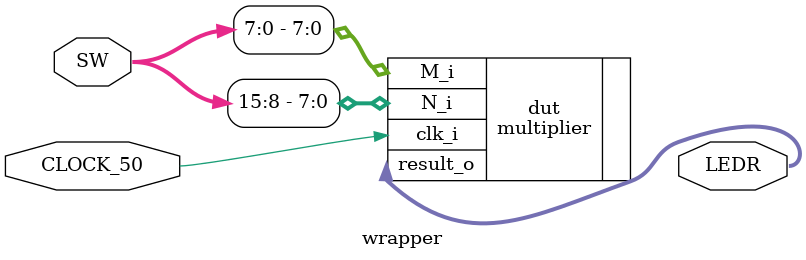
<source format=sv>
module wrapper(
    //inputs
    input logic CLOCK_50,
    input logic [15:0] SW,
    //outputs
    output logic [15:0] LEDR
);
    multiplier dut (
        .clk_i (CLOCK_50),
        .M_i   (SW[7:0]),
        .N_i   (SW[15:8]),
        .result_o (LEDR)
    );
endmodule : wrapper

</source>
